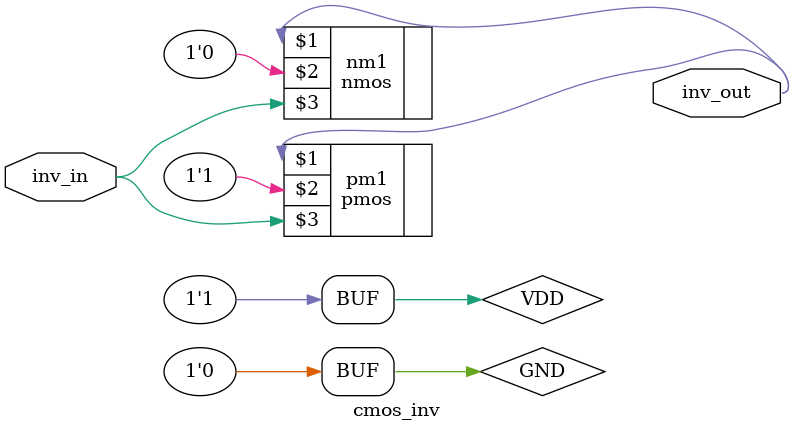
<source format=v>
`timescale 1ns / 1ps

module cmos_inv(inv_out, inv_in);

	output inv_out;
	input inv_in;
	supply0 GND;
	supply1 VDD;
	
	//drain, source, gate || pmos #(1:2:3) pm1(inv_out, VDD, inv_in);
	pmos pm1(inv_out, VDD, inv_in);
	nmos nm1(inv_out, GND, inv_in);

endmodule


</source>
